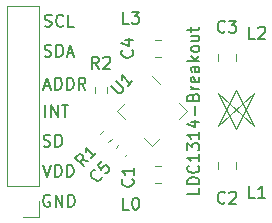
<source format=gbr>
%TF.GenerationSoftware,KiCad,Pcbnew,(5.1.10)-1*%
%TF.CreationDate,2021-07-26T18:41:30-05:00*%
%TF.ProjectId,LDC1314-Breakout,4c444331-3331-4342-9d42-7265616b6f75,rev?*%
%TF.SameCoordinates,Original*%
%TF.FileFunction,Legend,Top*%
%TF.FilePolarity,Positive*%
%FSLAX46Y46*%
G04 Gerber Fmt 4.6, Leading zero omitted, Abs format (unit mm)*
G04 Created by KiCad (PCBNEW (5.1.10)-1) date 2021-07-26 18:41:30*
%MOMM*%
%LPD*%
G01*
G04 APERTURE LIST*
%ADD10C,0.120000*%
%ADD11C,0.150000*%
G04 APERTURE END LIST*
D10*
X172466000Y-114046000D02*
X169418000Y-116840000D01*
X170942000Y-117094000D02*
X172466000Y-114046000D01*
X169418000Y-114046000D02*
X170942000Y-117094000D01*
X172466000Y-116840000D02*
X169418000Y-114046000D01*
X170942000Y-113792000D02*
X172466000Y-116840000D01*
X169418000Y-116840000D02*
X170942000Y-113792000D01*
D11*
X154765523Y-108354761D02*
X154908380Y-108402380D01*
X155146476Y-108402380D01*
X155241714Y-108354761D01*
X155289333Y-108307142D01*
X155336952Y-108211904D01*
X155336952Y-108116666D01*
X155289333Y-108021428D01*
X155241714Y-107973809D01*
X155146476Y-107926190D01*
X154956000Y-107878571D01*
X154860761Y-107830952D01*
X154813142Y-107783333D01*
X154765523Y-107688095D01*
X154765523Y-107592857D01*
X154813142Y-107497619D01*
X154860761Y-107450000D01*
X154956000Y-107402380D01*
X155194095Y-107402380D01*
X155336952Y-107450000D01*
X156336952Y-108307142D02*
X156289333Y-108354761D01*
X156146476Y-108402380D01*
X156051238Y-108402380D01*
X155908380Y-108354761D01*
X155813142Y-108259523D01*
X155765523Y-108164285D01*
X155717904Y-107973809D01*
X155717904Y-107830952D01*
X155765523Y-107640476D01*
X155813142Y-107545238D01*
X155908380Y-107450000D01*
X156051238Y-107402380D01*
X156146476Y-107402380D01*
X156289333Y-107450000D01*
X156336952Y-107497619D01*
X157241714Y-108402380D02*
X156765523Y-108402380D01*
X156765523Y-107402380D01*
X154741714Y-110894761D02*
X154884571Y-110942380D01*
X155122666Y-110942380D01*
X155217904Y-110894761D01*
X155265523Y-110847142D01*
X155313142Y-110751904D01*
X155313142Y-110656666D01*
X155265523Y-110561428D01*
X155217904Y-110513809D01*
X155122666Y-110466190D01*
X154932190Y-110418571D01*
X154836952Y-110370952D01*
X154789333Y-110323333D01*
X154741714Y-110228095D01*
X154741714Y-110132857D01*
X154789333Y-110037619D01*
X154836952Y-109990000D01*
X154932190Y-109942380D01*
X155170285Y-109942380D01*
X155313142Y-109990000D01*
X155741714Y-110942380D02*
X155741714Y-109942380D01*
X155979809Y-109942380D01*
X156122666Y-109990000D01*
X156217904Y-110085238D01*
X156265523Y-110180476D01*
X156313142Y-110370952D01*
X156313142Y-110513809D01*
X156265523Y-110704285D01*
X156217904Y-110799523D01*
X156122666Y-110894761D01*
X155979809Y-110942380D01*
X155741714Y-110942380D01*
X156694095Y-110656666D02*
X157170285Y-110656666D01*
X156598857Y-110942380D02*
X156932190Y-109942380D01*
X157265523Y-110942380D01*
X154725904Y-113450666D02*
X155202095Y-113450666D01*
X154630666Y-113736380D02*
X154964000Y-112736380D01*
X155297333Y-113736380D01*
X155630666Y-113736380D02*
X155630666Y-112736380D01*
X155868761Y-112736380D01*
X156011619Y-112784000D01*
X156106857Y-112879238D01*
X156154476Y-112974476D01*
X156202095Y-113164952D01*
X156202095Y-113307809D01*
X156154476Y-113498285D01*
X156106857Y-113593523D01*
X156011619Y-113688761D01*
X155868761Y-113736380D01*
X155630666Y-113736380D01*
X156630666Y-113736380D02*
X156630666Y-112736380D01*
X156868761Y-112736380D01*
X157011619Y-112784000D01*
X157106857Y-112879238D01*
X157154476Y-112974476D01*
X157202095Y-113164952D01*
X157202095Y-113307809D01*
X157154476Y-113498285D01*
X157106857Y-113593523D01*
X157011619Y-113688761D01*
X156868761Y-113736380D01*
X156630666Y-113736380D01*
X158202095Y-113736380D02*
X157868761Y-113260190D01*
X157630666Y-113736380D02*
X157630666Y-112736380D01*
X158011619Y-112736380D01*
X158106857Y-112784000D01*
X158154476Y-112831619D01*
X158202095Y-112926857D01*
X158202095Y-113069714D01*
X158154476Y-113164952D01*
X158106857Y-113212571D01*
X158011619Y-113260190D01*
X157630666Y-113260190D01*
X154797238Y-116022380D02*
X154797238Y-115022380D01*
X155273428Y-116022380D02*
X155273428Y-115022380D01*
X155844857Y-116022380D01*
X155844857Y-115022380D01*
X156178190Y-115022380D02*
X156749619Y-115022380D01*
X156463904Y-116022380D02*
X156463904Y-115022380D01*
X154662285Y-118514761D02*
X154805142Y-118562380D01*
X155043238Y-118562380D01*
X155138476Y-118514761D01*
X155186095Y-118467142D01*
X155233714Y-118371904D01*
X155233714Y-118276666D01*
X155186095Y-118181428D01*
X155138476Y-118133809D01*
X155043238Y-118086190D01*
X154852761Y-118038571D01*
X154757523Y-117990952D01*
X154709904Y-117943333D01*
X154662285Y-117848095D01*
X154662285Y-117752857D01*
X154709904Y-117657619D01*
X154757523Y-117610000D01*
X154852761Y-117562380D01*
X155090857Y-117562380D01*
X155233714Y-117610000D01*
X155662285Y-118562380D02*
X155662285Y-117562380D01*
X155900380Y-117562380D01*
X156043238Y-117610000D01*
X156138476Y-117705238D01*
X156186095Y-117800476D01*
X156233714Y-117990952D01*
X156233714Y-118133809D01*
X156186095Y-118324285D01*
X156138476Y-118419523D01*
X156043238Y-118514761D01*
X155900380Y-118562380D01*
X155662285Y-118562380D01*
X154622666Y-120102380D02*
X154956000Y-121102380D01*
X155289333Y-120102380D01*
X155622666Y-121102380D02*
X155622666Y-120102380D01*
X155860761Y-120102380D01*
X156003619Y-120150000D01*
X156098857Y-120245238D01*
X156146476Y-120340476D01*
X156194095Y-120530952D01*
X156194095Y-120673809D01*
X156146476Y-120864285D01*
X156098857Y-120959523D01*
X156003619Y-121054761D01*
X155860761Y-121102380D01*
X155622666Y-121102380D01*
X156622666Y-121102380D02*
X156622666Y-120102380D01*
X156860761Y-120102380D01*
X157003619Y-120150000D01*
X157098857Y-120245238D01*
X157146476Y-120340476D01*
X157194095Y-120530952D01*
X157194095Y-120673809D01*
X157146476Y-120864285D01*
X157098857Y-120959523D01*
X157003619Y-121054761D01*
X156860761Y-121102380D01*
X156622666Y-121102380D01*
X155194095Y-122690000D02*
X155098857Y-122642380D01*
X154956000Y-122642380D01*
X154813142Y-122690000D01*
X154717904Y-122785238D01*
X154670285Y-122880476D01*
X154622666Y-123070952D01*
X154622666Y-123213809D01*
X154670285Y-123404285D01*
X154717904Y-123499523D01*
X154813142Y-123594761D01*
X154956000Y-123642380D01*
X155051238Y-123642380D01*
X155194095Y-123594761D01*
X155241714Y-123547142D01*
X155241714Y-123213809D01*
X155051238Y-123213809D01*
X155670285Y-123642380D02*
X155670285Y-122642380D01*
X156241714Y-123642380D01*
X156241714Y-122642380D01*
X156717904Y-123642380D02*
X156717904Y-122642380D01*
X156956000Y-122642380D01*
X157098857Y-122690000D01*
X157194095Y-122785238D01*
X157241714Y-122880476D01*
X157289333Y-123070952D01*
X157289333Y-123213809D01*
X157241714Y-123404285D01*
X157194095Y-123499523D01*
X157098857Y-123594761D01*
X156956000Y-123642380D01*
X156717904Y-123642380D01*
X161885333Y-108148380D02*
X161409142Y-108148380D01*
X161409142Y-107148380D01*
X162123428Y-107148380D02*
X162742476Y-107148380D01*
X162409142Y-107529333D01*
X162552000Y-107529333D01*
X162647238Y-107576952D01*
X162694857Y-107624571D01*
X162742476Y-107719809D01*
X162742476Y-107957904D01*
X162694857Y-108053142D01*
X162647238Y-108100761D01*
X162552000Y-108148380D01*
X162266285Y-108148380D01*
X162171047Y-108100761D01*
X162123428Y-108053142D01*
X172553333Y-109418380D02*
X172077142Y-109418380D01*
X172077142Y-108418380D01*
X172839047Y-108513619D02*
X172886666Y-108466000D01*
X172981904Y-108418380D01*
X173220000Y-108418380D01*
X173315238Y-108466000D01*
X173362857Y-108513619D01*
X173410476Y-108608857D01*
X173410476Y-108704095D01*
X173362857Y-108846952D01*
X172791428Y-109418380D01*
X173410476Y-109418380D01*
X172553333Y-122880380D02*
X172077142Y-122880380D01*
X172077142Y-121880380D01*
X173410476Y-122880380D02*
X172839047Y-122880380D01*
X173124761Y-122880380D02*
X173124761Y-121880380D01*
X173029523Y-122023238D01*
X172934285Y-122118476D01*
X172839047Y-122166095D01*
X161885333Y-123896380D02*
X161409142Y-123896380D01*
X161409142Y-122896380D01*
X162409142Y-122896380D02*
X162504380Y-122896380D01*
X162599619Y-122944000D01*
X162647238Y-122991619D01*
X162694857Y-123086857D01*
X162742476Y-123277333D01*
X162742476Y-123515428D01*
X162694857Y-123705904D01*
X162647238Y-123801142D01*
X162599619Y-123848761D01*
X162504380Y-123896380D01*
X162409142Y-123896380D01*
X162313904Y-123848761D01*
X162266285Y-123801142D01*
X162218666Y-123705904D01*
X162171047Y-123515428D01*
X162171047Y-123277333D01*
X162218666Y-123086857D01*
X162266285Y-122991619D01*
X162313904Y-122944000D01*
X162409142Y-122896380D01*
X167838380Y-122070000D02*
X167838380Y-122546190D01*
X166838380Y-122546190D01*
X167838380Y-121736666D02*
X166838380Y-121736666D01*
X166838380Y-121498571D01*
X166886000Y-121355714D01*
X166981238Y-121260476D01*
X167076476Y-121212857D01*
X167266952Y-121165238D01*
X167409809Y-121165238D01*
X167600285Y-121212857D01*
X167695523Y-121260476D01*
X167790761Y-121355714D01*
X167838380Y-121498571D01*
X167838380Y-121736666D01*
X167743142Y-120165238D02*
X167790761Y-120212857D01*
X167838380Y-120355714D01*
X167838380Y-120450952D01*
X167790761Y-120593809D01*
X167695523Y-120689047D01*
X167600285Y-120736666D01*
X167409809Y-120784285D01*
X167266952Y-120784285D01*
X167076476Y-120736666D01*
X166981238Y-120689047D01*
X166886000Y-120593809D01*
X166838380Y-120450952D01*
X166838380Y-120355714D01*
X166886000Y-120212857D01*
X166933619Y-120165238D01*
X167838380Y-119212857D02*
X167838380Y-119784285D01*
X167838380Y-119498571D02*
X166838380Y-119498571D01*
X166981238Y-119593809D01*
X167076476Y-119689047D01*
X167124095Y-119784285D01*
X166838380Y-118879523D02*
X166838380Y-118260476D01*
X167219333Y-118593809D01*
X167219333Y-118450952D01*
X167266952Y-118355714D01*
X167314571Y-118308095D01*
X167409809Y-118260476D01*
X167647904Y-118260476D01*
X167743142Y-118308095D01*
X167790761Y-118355714D01*
X167838380Y-118450952D01*
X167838380Y-118736666D01*
X167790761Y-118831904D01*
X167743142Y-118879523D01*
X167838380Y-117308095D02*
X167838380Y-117879523D01*
X167838380Y-117593809D02*
X166838380Y-117593809D01*
X166981238Y-117689047D01*
X167076476Y-117784285D01*
X167124095Y-117879523D01*
X167171714Y-116450952D02*
X167838380Y-116450952D01*
X166790761Y-116689047D02*
X167505047Y-116927142D01*
X167505047Y-116308095D01*
X167457428Y-115927142D02*
X167457428Y-115165238D01*
X167314571Y-114355714D02*
X167362190Y-114212857D01*
X167409809Y-114165238D01*
X167505047Y-114117619D01*
X167647904Y-114117619D01*
X167743142Y-114165238D01*
X167790761Y-114212857D01*
X167838380Y-114308095D01*
X167838380Y-114689047D01*
X166838380Y-114689047D01*
X166838380Y-114355714D01*
X166886000Y-114260476D01*
X166933619Y-114212857D01*
X167028857Y-114165238D01*
X167124095Y-114165238D01*
X167219333Y-114212857D01*
X167266952Y-114260476D01*
X167314571Y-114355714D01*
X167314571Y-114689047D01*
X167838380Y-113689047D02*
X167171714Y-113689047D01*
X167362190Y-113689047D02*
X167266952Y-113641428D01*
X167219333Y-113593809D01*
X167171714Y-113498571D01*
X167171714Y-113403333D01*
X167790761Y-112689047D02*
X167838380Y-112784285D01*
X167838380Y-112974761D01*
X167790761Y-113070000D01*
X167695523Y-113117619D01*
X167314571Y-113117619D01*
X167219333Y-113070000D01*
X167171714Y-112974761D01*
X167171714Y-112784285D01*
X167219333Y-112689047D01*
X167314571Y-112641428D01*
X167409809Y-112641428D01*
X167505047Y-113117619D01*
X167838380Y-111784285D02*
X167314571Y-111784285D01*
X167219333Y-111831904D01*
X167171714Y-111927142D01*
X167171714Y-112117619D01*
X167219333Y-112212857D01*
X167790761Y-111784285D02*
X167838380Y-111879523D01*
X167838380Y-112117619D01*
X167790761Y-112212857D01*
X167695523Y-112260476D01*
X167600285Y-112260476D01*
X167505047Y-112212857D01*
X167457428Y-112117619D01*
X167457428Y-111879523D01*
X167409809Y-111784285D01*
X167838380Y-111308095D02*
X166838380Y-111308095D01*
X167457428Y-111212857D02*
X167838380Y-110927142D01*
X167171714Y-110927142D02*
X167552666Y-111308095D01*
X167838380Y-110355714D02*
X167790761Y-110450952D01*
X167743142Y-110498571D01*
X167647904Y-110546190D01*
X167362190Y-110546190D01*
X167266952Y-110498571D01*
X167219333Y-110450952D01*
X167171714Y-110355714D01*
X167171714Y-110212857D01*
X167219333Y-110117619D01*
X167266952Y-110070000D01*
X167362190Y-110022380D01*
X167647904Y-110022380D01*
X167743142Y-110070000D01*
X167790761Y-110117619D01*
X167838380Y-110212857D01*
X167838380Y-110355714D01*
X167171714Y-109165238D02*
X167838380Y-109165238D01*
X167171714Y-109593809D02*
X167695523Y-109593809D01*
X167790761Y-109546190D01*
X167838380Y-109450952D01*
X167838380Y-109308095D01*
X167790761Y-109212857D01*
X167743142Y-109165238D01*
X167171714Y-108831904D02*
X167171714Y-108450952D01*
X166838380Y-108689047D02*
X167695523Y-108689047D01*
X167790761Y-108641428D01*
X167838380Y-108546190D01*
X167838380Y-108450952D01*
D10*
%TO.C,R2*%
X160034500Y-113554742D02*
X160034500Y-114029258D01*
X158989500Y-113554742D02*
X158989500Y-114029258D01*
%TO.C,J5*%
X154238000Y-106620000D02*
X151578000Y-106620000D01*
X154238000Y-121920000D02*
X154238000Y-106620000D01*
X151578000Y-121920000D02*
X151578000Y-106620000D01*
X154238000Y-121920000D02*
X151578000Y-121920000D01*
X154238000Y-123190000D02*
X154238000Y-124520000D01*
X154238000Y-124520000D02*
X152908000Y-124520000D01*
%TO.C,U1*%
X166124562Y-114880571D02*
X166813991Y-115570000D01*
X166813991Y-115570000D02*
X166124562Y-116259429D01*
X161535438Y-116259429D02*
X160846009Y-115570000D01*
X160846009Y-115570000D02*
X161535438Y-114880571D01*
X163140571Y-117864562D02*
X163830000Y-118553991D01*
X163830000Y-118553991D02*
X164519429Y-117864562D01*
X164519429Y-113275438D02*
X163830000Y-112586009D01*
%TO.C,R1*%
X160481867Y-117879060D02*
X160146334Y-118214593D01*
X159742940Y-117140133D02*
X159407407Y-117475666D01*
%TO.C,C5*%
X161710022Y-119173227D02*
X161511211Y-119372038D01*
X160988773Y-118451978D02*
X160789962Y-118650789D01*
%TO.C,C4*%
X164577752Y-110971000D02*
X164055248Y-110971000D01*
X164577752Y-109501000D02*
X164055248Y-109501000D01*
%TO.C,C3*%
X169445000Y-111280752D02*
X169445000Y-110758248D01*
X170915000Y-111280752D02*
X170915000Y-110758248D01*
%TO.C,C2*%
X169445000Y-120424752D02*
X169445000Y-119902248D01*
X170915000Y-120424752D02*
X170915000Y-119902248D01*
%TO.C,C1*%
X164076748Y-120169000D02*
X164599252Y-120169000D01*
X164076748Y-121639000D02*
X164599252Y-121639000D01*
%TO.C,R2*%
D11*
X159345333Y-111958380D02*
X159012000Y-111482190D01*
X158773904Y-111958380D02*
X158773904Y-110958380D01*
X159154857Y-110958380D01*
X159250095Y-111006000D01*
X159297714Y-111053619D01*
X159345333Y-111148857D01*
X159345333Y-111291714D01*
X159297714Y-111386952D01*
X159250095Y-111434571D01*
X159154857Y-111482190D01*
X158773904Y-111482190D01*
X159726285Y-111053619D02*
X159773904Y-111006000D01*
X159869142Y-110958380D01*
X160107238Y-110958380D01*
X160202476Y-111006000D01*
X160250095Y-111053619D01*
X160297714Y-111148857D01*
X160297714Y-111244095D01*
X160250095Y-111386952D01*
X159678666Y-111958380D01*
X160297714Y-111958380D01*
%TO.C,U1*%
X160364026Y-113435522D02*
X160936446Y-114007942D01*
X161037461Y-114041614D01*
X161104805Y-114041614D01*
X161205820Y-114007942D01*
X161340507Y-113873255D01*
X161374179Y-113772240D01*
X161374179Y-113704896D01*
X161340507Y-113603881D01*
X160768087Y-113031461D01*
X162182301Y-113031461D02*
X161778240Y-113435522D01*
X161980270Y-113233492D02*
X161273164Y-112526385D01*
X161306835Y-112694744D01*
X161306835Y-112829431D01*
X161273164Y-112930446D01*
%TO.C,R1*%
X158444030Y-119817732D02*
X157871610Y-119716717D01*
X158039969Y-120221793D02*
X157332862Y-119514687D01*
X157602236Y-119245312D01*
X157703251Y-119211641D01*
X157770595Y-119211641D01*
X157871610Y-119245312D01*
X157972625Y-119346328D01*
X158006297Y-119447343D01*
X158006297Y-119514687D01*
X157972625Y-119615702D01*
X157703251Y-119885076D01*
X159117465Y-119144297D02*
X158713404Y-119548358D01*
X158915435Y-119346328D02*
X158208328Y-118639221D01*
X158242000Y-118807580D01*
X158242000Y-118942267D01*
X158208328Y-119043282D01*
%TO.C,C5*%
X159566671Y-121100405D02*
X159566671Y-121167748D01*
X159499327Y-121302435D01*
X159431984Y-121369779D01*
X159297296Y-121437122D01*
X159162609Y-121437122D01*
X159061594Y-121403451D01*
X158893235Y-121302435D01*
X158792220Y-121201420D01*
X158691205Y-121033061D01*
X158657533Y-120932046D01*
X158657533Y-120797359D01*
X158724877Y-120662672D01*
X158792220Y-120595328D01*
X158926907Y-120527985D01*
X158994251Y-120527985D01*
X159566671Y-119820878D02*
X159229953Y-120157596D01*
X159532999Y-120527985D01*
X159532999Y-120460641D01*
X159566671Y-120359626D01*
X159735029Y-120191267D01*
X159836045Y-120157596D01*
X159903388Y-120157596D01*
X160004403Y-120191267D01*
X160172762Y-120359626D01*
X160206434Y-120460641D01*
X160206434Y-120527985D01*
X160172762Y-120629000D01*
X160004403Y-120797359D01*
X159903388Y-120831031D01*
X159836045Y-120831031D01*
%TO.C,C4*%
X162155142Y-110402666D02*
X162202761Y-110450285D01*
X162250380Y-110593142D01*
X162250380Y-110688380D01*
X162202761Y-110831238D01*
X162107523Y-110926476D01*
X162012285Y-110974095D01*
X161821809Y-111021714D01*
X161678952Y-111021714D01*
X161488476Y-110974095D01*
X161393238Y-110926476D01*
X161298000Y-110831238D01*
X161250380Y-110688380D01*
X161250380Y-110593142D01*
X161298000Y-110450285D01*
X161345619Y-110402666D01*
X161583714Y-109545523D02*
X162250380Y-109545523D01*
X161202761Y-109783619D02*
X161917047Y-110021714D01*
X161917047Y-109402666D01*
%TO.C,C3*%
X170013333Y-108815142D02*
X169965714Y-108862761D01*
X169822857Y-108910380D01*
X169727619Y-108910380D01*
X169584761Y-108862761D01*
X169489523Y-108767523D01*
X169441904Y-108672285D01*
X169394285Y-108481809D01*
X169394285Y-108338952D01*
X169441904Y-108148476D01*
X169489523Y-108053238D01*
X169584761Y-107958000D01*
X169727619Y-107910380D01*
X169822857Y-107910380D01*
X169965714Y-107958000D01*
X170013333Y-108005619D01*
X170346666Y-107910380D02*
X170965714Y-107910380D01*
X170632380Y-108291333D01*
X170775238Y-108291333D01*
X170870476Y-108338952D01*
X170918095Y-108386571D01*
X170965714Y-108481809D01*
X170965714Y-108719904D01*
X170918095Y-108815142D01*
X170870476Y-108862761D01*
X170775238Y-108910380D01*
X170489523Y-108910380D01*
X170394285Y-108862761D01*
X170346666Y-108815142D01*
%TO.C,C2*%
X170013333Y-123293142D02*
X169965714Y-123340761D01*
X169822857Y-123388380D01*
X169727619Y-123388380D01*
X169584761Y-123340761D01*
X169489523Y-123245523D01*
X169441904Y-123150285D01*
X169394285Y-122959809D01*
X169394285Y-122816952D01*
X169441904Y-122626476D01*
X169489523Y-122531238D01*
X169584761Y-122436000D01*
X169727619Y-122388380D01*
X169822857Y-122388380D01*
X169965714Y-122436000D01*
X170013333Y-122483619D01*
X170394285Y-122483619D02*
X170441904Y-122436000D01*
X170537142Y-122388380D01*
X170775238Y-122388380D01*
X170870476Y-122436000D01*
X170918095Y-122483619D01*
X170965714Y-122578857D01*
X170965714Y-122674095D01*
X170918095Y-122816952D01*
X170346666Y-123388380D01*
X170965714Y-123388380D01*
%TO.C,C1*%
X162176642Y-121324666D02*
X162224261Y-121372285D01*
X162271880Y-121515142D01*
X162271880Y-121610380D01*
X162224261Y-121753238D01*
X162129023Y-121848476D01*
X162033785Y-121896095D01*
X161843309Y-121943714D01*
X161700452Y-121943714D01*
X161509976Y-121896095D01*
X161414738Y-121848476D01*
X161319500Y-121753238D01*
X161271880Y-121610380D01*
X161271880Y-121515142D01*
X161319500Y-121372285D01*
X161367119Y-121324666D01*
X162271880Y-120372285D02*
X162271880Y-120943714D01*
X162271880Y-120658000D02*
X161271880Y-120658000D01*
X161414738Y-120753238D01*
X161509976Y-120848476D01*
X161557595Y-120943714D01*
%TD*%
M02*

</source>
